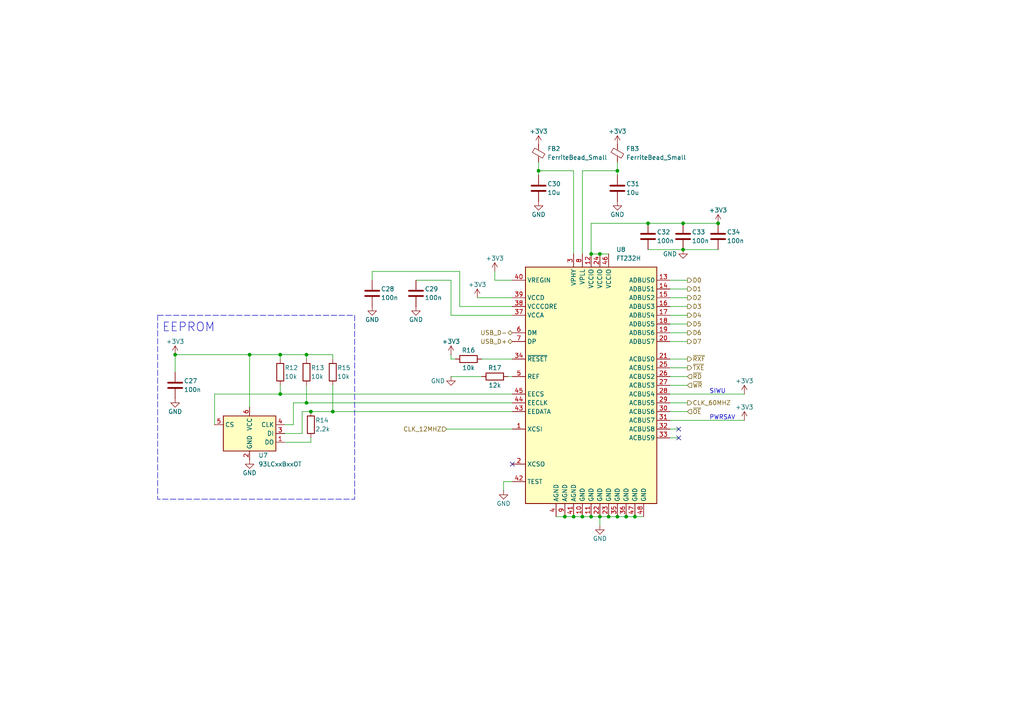
<source format=kicad_sch>
(kicad_sch (version 20231120) (generator "eeschema") (generator_version "8.0")
  (paper "A4")
  (lib_symbols
    (symbol "Device:C" (pin_numbers hide) (pin_names (offset 0.254))
      (property "Reference" "C" (at 0.635 2.54 0))
      (property "Value" "C" (at 0.635 -2.54 0))
      (symbol "C_0_1"
        (polyline (pts (xy -2.032 -0.762) (xy 2.032 -0.762)) (stroke (width 0.508)))
        (polyline (pts (xy -2.032 0.762) (xy 2.032 0.762)) (stroke (width 0.508)))
      )
      (symbol "C_1_1"
        (pin passive line (at 0 3.81 270) (length 2.794) (name "~") (number "1"))
        (pin passive line (at 0 -3.81 90) (length 2.794) (name "~") (number "2"))
      )
    )
    (symbol "Device:FerriteBead_Small" (pin_numbers hide) (pin_names (offset 0))
      (property "Reference" "FB" (at 1.905 1.27 0))
      (property "Value" "FerriteBead_Small" (at 1.905 -1.27 0))
      (symbol "FerriteBead_Small_0_1"
        (polyline (pts (xy 0 -1.27) (xy 0 -0.7874)))
        (polyline (pts (xy 0 0.889) (xy 0 1.2954)))
        (polyline (pts (xy -1.8288 0.2794) (xy -1.1176 1.4986) (xy 1.8288 -0.2032) (xy 1.1176 -1.4224) (xy -1.8288 0.2794)))
      )
      (symbol "FerriteBead_Small_1_1"
        (pin passive line (at 0 2.54 270) (length 1.27) (name "~") (number "1"))
        (pin passive line (at 0 -2.54 90) (length 1.27) (name "~") (number "2"))
      )
    )
    (symbol "Device:R" (pin_numbers hide) (pin_names (offset 0))
      (property "Reference" "R" (at 2.032 0 90))
      (property "Value" "R" (at 0 0 90))
      (symbol "R_0_1"
        (rectangle (start -1.016 -2.54) (end 1.016 2.54) (stroke (width 0.254)))
      )
      (symbol "R_1_1"
        (pin passive line (at 0 3.81 270) (length 1.27) (name "~") (number "1"))
        (pin passive line (at 0 -3.81 90) (length 1.27) (name "~") (number "2"))
      )
    )
    (symbol "Interface_USB:FT232H"
      (property "Reference" "U" (at -19.05 35.56 0))
      (property "Value" "FT232H" (at 12.7 35.56 0))
      (symbol "FT232H_0_1"
        (rectangle (start -19.05 34.29) (end 19.05 -34.29) (stroke (width 0.254)) (fill (type background)))
      )
      (symbol "FT232H_1_1"
        (pin input line (at -22.86 -12.7 0) (length 3.81) (name "XCSI") (number "1"))
        (pin power_in line (at -2.54 -38.1 90) (length 3.81) (name "GND") (number "10"))
        (pin power_in line (at 0 -38.1 90) (length 3.81) (name "GND") (number "11"))
        (pin power_in line (at 0 38.1 270) (length 3.81) (name "VCCIO") (number "12"))
        (pin bidirectional line (at 22.86 30.48 180) (length 3.81) (name "ADBUS0") (number "13"))
        (pin bidirectional line (at 22.86 27.94 180) (length 3.81) (name "ADBUS1") (number "14"))
        (pin bidirectional line (at 22.86 25.4 180) (length 3.81) (name "ADBUS2") (number "15"))
        (pin bidirectional line (at 22.86 22.86 180) (length 3.81) (name "ADBUS3") (number "16"))
        (pin bidirectional line (at 22.86 20.32 180) (length 3.81) (name "ADBUS4") (number "17"))
        (pin bidirectional line (at 22.86 17.78 180) (length 3.81) (name "ADBUS5") (number "18"))
        (pin bidirectional line (at 22.86 15.24 180) (length 3.81) (name "ADBUS6") (number "19"))
        (pin output line (at -22.86 -22.86 0) (length 3.81) (name "XCSO") (number "2"))
        (pin bidirectional line (at 22.86 12.7 180) (length 3.81) (name "ADBUS7") (number "20"))
        (pin bidirectional line (at 22.86 7.62 180) (length 3.81) (name "ACBUS0") (number "21"))
        (pin power_in line (at 2.54 -38.1 90) (length 3.81) (name "GND") (number "22"))
        (pin power_in line (at 5.08 -38.1 90) (length 3.81) (name "GND") (number "23"))
        (pin power_in line (at 2.54 38.1 270) (length 3.81) (name "VCCIO") (number "24"))
        (pin bidirectional line (at 22.86 5.08 180) (length 3.81) (name "ACBUS1") (number "25"))
        (pin bidirectional line (at 22.86 2.54 180) (length 3.81) (name "ACBUS2") (number "26"))
        (pin bidirectional line (at 22.86 0 180) (length 3.81) (name "ACBUS3") (number "27"))
        (pin bidirectional line (at 22.86 -2.54 180) (length 3.81) (name "ACBUS4") (number "28"))
        (pin bidirectional line (at 22.86 -5.08 180) (length 3.81) (name "ACBUS5") (number "29"))
        (pin power_in line (at -5.08 38.1 270) (length 3.81) (name "VPHY") (number "3"))
        (pin bidirectional line (at 22.86 -7.62 180) (length 3.81) (name "ACBUS6") (number "30"))
        (pin bidirectional line (at 22.86 -10.16 180) (length 3.81) (name "ACBUS7") (number "31"))
        (pin bidirectional line (at 22.86 -12.7 180) (length 3.81) (name "ACBUS8") (number "32"))
        (pin bidirectional line (at 22.86 -15.24 180) (length 3.81) (name "ACBUS9") (number "33"))
        (pin input line (at -22.86 7.62 0) (length 3.81) (name "~{RESET}") (number "34"))
        (pin power_in line (at 7.62 -38.1 90) (length 3.81) (name "GND") (number "35"))
        (pin power_in line (at 10.16 -38.1 90) (length 3.81) (name "GND") (number "36"))
        (pin power_out line (at -22.86 20.32 0) (length 3.81) (name "VCCA") (number "37"))
        (pin power_out line (at -22.86 22.86 0) (length 3.81) (name "VCCCORE") (number "38"))
        (pin power_in line (at -22.86 25.4 0) (length 3.81) (name "VCCD") (number "39"))
        (pin power_in line (at -10.16 -38.1 90) (length 3.81) (name "AGND") (number "4"))
        (pin power_in line (at -22.86 30.48 0) (length 3.81) (name "VREGIN") (number "40"))
        (pin power_in line (at -5.08 -38.1 90) (length 3.81) (name "AGND") (number "41"))
        (pin input line (at -22.86 -27.94 0) (length 3.81) (name "TEST") (number "42"))
        (pin bidirectional line (at -22.86 -7.62 0) (length 3.81) (name "EEDATA") (number "43"))
        (pin input line (at -22.86 -5.08 0) (length 3.81) (name "EECLK") (number "44"))
        (pin input line (at -22.86 -2.54 0) (length 3.81) (name "EECS") (number "45"))
        (pin power_in line (at 5.08 38.1 270) (length 3.81) (name "VCCIO") (number "46"))
        (pin power_in line (at 12.7 -38.1 90) (length 3.81) (name "GND") (number "47"))
        (pin power_in line (at 15.24 -38.1 90) (length 3.81) (name "GND") (number "48"))
        (pin input line (at -22.86 2.54 0) (length 3.81) (name "REF") (number "5"))
        (pin bidirectional line (at -22.86 15.24 0) (length 3.81) (name "DM") (number "6"))
        (pin bidirectional line (at -22.86 12.7 0) (length 3.81) (name "DP") (number "7"))
        (pin power_in line (at -2.54 38.1 270) (length 3.81) (name "VPLL") (number "8"))
        (pin power_in line (at -7.62 -38.1 90) (length 3.81) (name "AGND") (number "9"))
      )
    )
    (symbol "Memory_EEPROM:93LCxxBxxOT"
      (property "Reference" "U" (at -6.35 6.35 0))
      (property "Value" "93LCxxBxxOT" (at 7.62 -6.35 0))
      (symbol "93LCxxBxxOT_0_1"
        (rectangle (start -7.62 5.08) (end 7.62 -5.08) (stroke (width 0.254)) (fill (type background)))
      )
      (symbol "93LCxxBxxOT_1_1"
        (pin tri_state line (at 10.16 -2.54 180) (length 2.54) (name "DO") (number "1"))
        (pin power_in line (at 0 -7.62 90) (length 2.54) (name "GND") (number "2"))
        (pin input line (at 10.16 0 180) (length 2.54) (name "DI") (number "3"))
        (pin input line (at 10.16 2.54 180) (length 2.54) (name "CLK") (number "4"))
        (pin input line (at -10.16 2.54 0) (length 2.54) (name "CS") (number "5"))
        (pin power_in line (at 0 7.62 270) (length 2.54) (name "VCC") (number "6"))
      )
    )
    (symbol "power:+3V3" (power) (pin_numbers hide) (pin_names (offset 0) hide)
      (property "Value" "+3V3" (at 0 3.556 0))
      (symbol "+3V3_0_1"
        (polyline (pts (xy -0.762 1.27) (xy 0 2.54)))
        (polyline (pts (xy 0 0) (xy 0 2.54)))
        (polyline (pts (xy 0 2.54) (xy 0.762 1.27)))
      )
      (symbol "+3V3_1_1"
        (pin power_in line (at 0 0 90) (length 0) (name "~") (number "1"))
      )
    )
    (symbol "power:GND" (power) (pin_numbers hide) (pin_names (offset 0) hide)
      (property "Value" "GND" (at 0 -3.81 0))
      (symbol "GND_0_1"
        (polyline (pts (xy 0 0) (xy 0 -1.27) (xy 1.27 -1.27) (xy 0 -2.54) (xy -1.27 -1.27) (xy 0 -1.27)))
      )
      (symbol "GND_1_1"
        (pin power_in line (at 0 0 270) (length 0) (name "~") (number "1"))
      )
    )
  )
  (junction (at 176.53 149.86))
  (junction (at 198.12 72.39))
  (junction (at 156.21 49.53))
  (junction (at 96.52 119.38))
  (junction (at 81.28 102.87))
  (junction (at 184.15 149.86))
  (junction (at 90.17 119.38))
  (junction (at 173.99 149.86))
  (junction (at 81.28 114.3))
  (junction (at 187.96 64.77))
  (junction (at 179.07 149.86))
  (junction (at 181.61 149.86))
  (junction (at 88.9 116.84))
  (junction (at 198.12 64.77))
  (junction (at 166.37 149.86))
  (junction (at 171.45 73.66))
  (junction (at 50.8 102.87))
  (junction (at 163.83 149.86))
  (junction (at 88.9 102.87))
  (junction (at 208.28 64.77))
  (junction (at 168.91 149.86))
  (junction (at 173.99 73.66))
  (junction (at 179.07 49.53))
  (junction (at 72.39 102.87))
  (junction (at 171.45 149.86))
  (no_connect (at 196.85 124.46))
  (no_connect (at 148.59 134.62))
  (no_connect (at 196.85 127))
  (wire (pts (xy 130.81 91.44) (xy 148.59 91.44)))
  (wire (pts (xy 88.9 111.76) (xy 88.9 116.84)))
  (wire (pts (xy 133.35 78.74) (xy 133.35 88.9)))
  (wire (pts (xy 168.91 49.53) (xy 168.91 73.66)))
  (wire (pts (xy 96.52 102.87) (xy 96.52 104.14)))
  (wire (pts (xy 81.28 104.14) (xy 81.28 102.87)))
  (wire (pts (xy 194.31 93.98) (xy 199.39 93.98)))
  (wire (pts (xy 194.31 86.36) (xy 199.39 86.36)))
  (wire (pts (xy 87.63 119.38) (xy 90.17 119.38)))
  (wire (pts (xy 194.31 114.3) (xy 215.9 114.3)))
  (wire (pts (xy 82.55 128.27) (xy 90.17 128.27)))
  (wire (pts (xy 199.39 111.76) (xy 194.31 111.76)))
  (wire (pts (xy 81.28 111.76) (xy 81.28 114.3)))
  (wire (pts (xy 171.45 73.66) (xy 173.99 73.66)))
  (wire (pts (xy 138.43 86.36) (xy 148.59 86.36)))
  (wire (pts (xy 82.55 125.73) (xy 87.63 125.73)))
  (wire (pts (xy 194.31 121.92) (xy 215.9 121.92)))
  (wire (pts (xy 85.09 123.19) (xy 85.09 116.84)))
  (wire (pts (xy 198.12 64.77) (xy 208.28 64.77)))
  (wire (pts (xy 82.55 123.19) (xy 85.09 123.19)))
  (wire (pts (xy 129.54 124.46) (xy 148.59 124.46)))
  (wire (pts (xy 194.31 99.06) (xy 199.39 99.06)))
  (wire (pts (xy 88.9 116.84) (xy 148.59 116.84)))
  (wire (pts (xy 173.99 73.66) (xy 176.53 73.66)))
  (wire (pts (xy 194.31 116.84) (xy 199.39 116.84)))
  (wire (pts (xy 194.31 127) (xy 196.85 127)))
  (wire (pts (xy 179.07 49.53) (xy 179.07 46.99)))
  (wire (pts (xy 187.96 72.39) (xy 198.12 72.39)))
  (wire (pts (xy 62.23 114.3) (xy 81.28 114.3)))
  (wire (pts (xy 85.09 116.84) (xy 88.9 116.84)))
  (wire (pts (xy 88.9 104.14) (xy 88.9 102.87)))
  (wire (pts (xy 148.59 88.9) (xy 133.35 88.9)))
  (wire (pts (xy 147.32 109.22) (xy 148.59 109.22)))
  (wire (pts (xy 88.9 102.87) (xy 96.52 102.87)))
  (wire (pts (xy 72.39 102.87) (xy 72.39 118.11)))
  (wire (pts (xy 173.99 149.86) (xy 176.53 149.86)))
  (wire (pts (xy 184.15 149.86) (xy 186.69 149.86)))
  (wire (pts (xy 156.21 49.53) (xy 156.21 50.8)))
  (wire (pts (xy 194.31 104.14) (xy 199.39 104.14)))
  (wire (pts (xy 130.81 104.14) (xy 132.08 104.14)))
  (wire (pts (xy 199.39 109.22) (xy 194.31 109.22)))
  (wire (pts (xy 96.52 111.76) (xy 96.52 119.38)))
  (wire (pts (xy 81.28 114.3) (xy 148.59 114.3)))
  (wire (pts (xy 133.35 78.74) (xy 107.95 78.74)))
  (wire (pts (xy 130.81 91.44) (xy 130.81 81.28)))
  (wire (pts (xy 198.12 72.39) (xy 208.28 72.39)))
  (wire (pts (xy 90.17 127) (xy 90.17 128.27)))
  (wire (pts (xy 50.8 102.87) (xy 50.8 107.95)))
  (wire (pts (xy 194.31 81.28) (xy 199.39 81.28)))
  (wire (pts (xy 139.7 104.14) (xy 148.59 104.14)))
  (wire (pts (xy 156.21 49.53) (xy 166.37 49.53)))
  (wire (pts (xy 194.31 83.82) (xy 199.39 83.82)))
  (wire (pts (xy 194.31 124.46) (xy 196.85 124.46)))
  (wire (pts (xy 176.53 149.86) (xy 179.07 149.86)))
  (wire (pts (xy 143.51 78.74) (xy 143.51 81.28)))
  (wire (pts (xy 168.91 149.86) (xy 171.45 149.86)))
  (wire (pts (xy 156.21 46.99) (xy 156.21 49.53)))
  (wire (pts (xy 194.31 96.52) (xy 199.39 96.52)))
  (wire (pts (xy 194.31 106.68) (xy 199.39 106.68)))
  (wire (pts (xy 72.39 102.87) (xy 81.28 102.87)))
  (wire (pts (xy 62.23 123.19) (xy 62.23 114.3)))
  (wire (pts (xy 161.29 149.86) (xy 163.83 149.86)))
  (wire (pts (xy 181.61 149.86) (xy 184.15 149.86)))
  (wire (pts (xy 50.8 102.87) (xy 72.39 102.87)))
  (wire (pts (xy 171.45 149.86) (xy 173.99 149.86)))
  (wire (pts (xy 194.31 88.9) (xy 199.39 88.9)))
  (wire (pts (xy 179.07 50.8) (xy 179.07 49.53)))
  (wire (pts (xy 166.37 49.53) (xy 166.37 73.66)))
  (wire (pts (xy 163.83 149.86) (xy 166.37 149.86)))
  (wire (pts (xy 148.59 81.28) (xy 143.51 81.28)))
  (wire (pts (xy 90.17 119.38) (xy 96.52 119.38)))
  (wire (pts (xy 187.96 64.77) (xy 198.12 64.77)))
  (wire (pts (xy 107.95 78.74) (xy 107.95 81.28)))
  (wire (pts (xy 130.81 81.28) (xy 120.65 81.28)))
  (wire (pts (xy 166.37 149.86) (xy 168.91 149.86)))
  (wire (pts (xy 171.45 73.66) (xy 171.45 64.77)))
  (wire (pts (xy 179.07 149.86) (xy 181.61 149.86)))
  (wire (pts (xy 146.05 139.7) (xy 146.05 142.24)))
  (wire (pts (xy 148.59 139.7) (xy 146.05 139.7)))
  (wire (pts (xy 130.81 109.22) (xy 139.7 109.22)))
  (wire (pts (xy 173.99 149.86) (xy 173.99 152.4)))
  (wire (pts (xy 194.31 119.38) (xy 199.39 119.38)))
  (wire (pts (xy 96.52 119.38) (xy 148.59 119.38)))
  (wire (pts (xy 179.07 49.53) (xy 168.91 49.53)))
  (wire (pts (xy 130.81 102.87) (xy 130.81 104.14)))
  (wire (pts (xy 194.31 91.44) (xy 199.39 91.44)))
  (wire (pts (xy 171.45 64.77) (xy 187.96 64.77)))
  (wire (pts (xy 81.28 102.87) (xy 88.9 102.87)))
  (wire (pts (xy 87.63 125.73) (xy 87.63 119.38)))
  (rectangle (start 45.72 91.44) (end 102.87 144.78) (stroke (width 0) (type dash)))
  (text "SIWU" (at 205.74 114.3 0) (effects (font (size 1.27 1.27)) (justify left bottom)))
  (text "EEPROM" (at 46.99 96.52 0) (effects (font (size 2.54 2.54)) (justify left bottom)))
  (text "PWRSAV" (at 205.74 121.92 0) (effects (font (size 1.27 1.27)) (justify left bottom)))
  (hierarchical_label "D7" (shape output) (at 199.39 99.06 0))
  (hierarchical_label "~{OE}" (shape input) (at 199.39 119.38 0))
  (hierarchical_label "D4" (shape output) (at 199.39 91.44 0))
  (hierarchical_label "USB_D+" (shape bidirectional) (at 148.59 99.06 180))
  (hierarchical_label "CLK_12MHZ" (shape input) (at 129.54 124.46 180))
  (hierarchical_label "D0" (shape output) (at 199.39 81.28 0))
  (hierarchical_label "~{RD}" (shape input) (at 199.39 109.22 0))
  (hierarchical_label "D3" (shape output) (at 199.39 88.9 0))
  (hierarchical_label "D6" (shape output) (at 199.39 96.52 0))
  (hierarchical_label "~{TXE}" (shape output) (at 199.39 106.68 0))
  (hierarchical_label "~{RXF}" (shape output) (at 199.39 104.14 0))
  (hierarchical_label "D2" (shape output) (at 199.39 86.36 0))
  (hierarchical_label "USB_D-" (shape bidirectional) (at 148.59 96.52 180))
  (hierarchical_label "D1" (shape output) (at 199.39 83.82 0))
  (hierarchical_label "CLK_60MHZ" (shape output) (at 199.39 116.84 0))
  (hierarchical_label "D5" (shape output) (at 199.39 93.98 0))
  (hierarchical_label "~{WR}" (shape input) (at 199.39 111.76 0))
  (symbol (lib_id "Device:C") (at 208.28 68.58 0) (unit 1)
    (property "Reference" "C34" (at 210.82 67.31 0) (effects (justify left)))
    (property "Value" "100n" (at 210.82 69.85 0) (effects (justify left)))
    (property "Footprint" "Capacitor_SMD:C_0603_1608Metric" (effects (hide yes)))
    (property "Description" "Unpolarized capacitor" (effects (hide yes)))
    (instances (project "HUB75-FPGA-Card" (path "" (reference "C34") (unit 1))) (project "T20_FT232" (path "" (reference "C11") (unit 1))))
  )
  (symbol (lib_id "power:+3V3") (at 130.81 102.87 0) (unit 1)
    (property "Reference" "#PWR060" (effects (hide yes)))
    (property "Value" "+3V3" (at 130.81 99.06 0))
    (property "Description" "Power symbol creates a global label with name \"+3V3\"" (effects (hide yes)))
  )
  (symbol (lib_id "Device:R") (at 135.89 104.14 270) (unit 1)
    (property "Reference" "R16" (at 135.89 101.6 90))
    (property "Value" "10k" (at 135.89 106.68 90))
    (property "Footprint" "Resistor_SMD:R_0603_1608Metric" (effects (hide yes)))
    (property "Description" "Resistor" (effects (hide yes)))
    (instances (project "HUB75-FPGA-Card" (path "" (reference "R16") (unit 1))) (project "T20_FT232" (path "" (reference "R5") (unit 1))))
  )
  (symbol (lib_id "power:+3V3") (at 208.28 64.77 0) (unit 1)
    (property "Reference" "#PWR065" (effects (hide yes)))
    (property "Value" "+3V3" (at 208.28 60.96 0))
    (property "Description" "Power symbol creates a global label with name \"+3V3\"" (effects (hide yes)))
  )
  (symbol (lib_id "Device:R") (at 88.9 107.95 0) (unit 1)
    (property "Reference" "R13" (at 90.17 106.68 0) (effects (justify left)))
    (property "Value" "10k" (at 90.17 109.22 0) (effects (justify left)))
    (property "Footprint" "Resistor_SMD:R_0603_1608Metric" (effects (hide yes)))
    (property "Description" "Resistor" (effects (hide yes)))
    (instances (project "HUB75-FPGA-Card" (path "" (reference "R13") (unit 1))) (project "T20_FT232" (path "" (reference "R2") (unit 1))))
  )
  (symbol (lib_id "Device:FerriteBead_Small") (at 179.07 44.45 0) (unit 1)
    (property "Reference" "FB3" (at 181.61 43.1419 0) (effects (justify left)))
    (property "Value" "FerriteBead_Small" (at 181.61 45.6819 0) (effects (justify left)))
    (property "Footprint" "Resistor_SMD:R_0603_1608Metric" (effects (hide yes)))
    (property "Description" "Ferrite bead, small symbol" (effects (hide yes)))
  )
  (symbol (lib_id "power:+3V3") (at 156.21 41.91 0) (unit 1)
    (property "Reference" "#PWR070" (effects (hide yes)))
    (property "Value" "+3V3" (at 156.21 38.1 0))
    (property "Description" "Power symbol creates a global label with name \"+3V3\"" (effects (hide yes)))
  )
  (symbol (lib_id "Device:C") (at 120.65 85.09 0) (unit 1)
    (property "Reference" "C29" (at 123.19 83.82 0) (effects (justify left)))
    (property "Value" "100n" (at 123.19 86.36 0) (effects (justify left)))
    (property "Footprint" "Capacitor_SMD:C_0603_1608Metric" (effects (hide yes)))
    (property "Description" "Unpolarized capacitor" (effects (hide yes)))
    (instances (project "HUB75-FPGA-Card" (path "" (reference "C29") (unit 1))) (project "T20_FT232" (path "" (reference "C5") (unit 1))))
  )
  (symbol (lib_id "power:+3V3") (at 215.9 114.3 0) (unit 1)
    (property "Reference" "#PWR063" (effects (hide yes)))
    (property "Value" "+3V3" (at 215.9 110.49 0))
    (property "Description" "Power symbol creates a global label with name \"+3V3\"" (effects (hide yes)))
  )
  (symbol (lib_id "power:+3V3") (at 179.07 41.91 0) (unit 1)
    (property "Reference" "#PWR068" (effects (hide yes)))
    (property "Value" "+3V3" (at 179.07 38.1 0))
    (property "Description" "Power symbol creates a global label with name \"+3V3\"" (effects (hide yes)))
  )
  (symbol (lib_id "Device:R") (at 96.52 107.95 0) (unit 1)
    (property "Reference" "R15" (at 97.79 106.68 0) (effects (justify left)))
    (property "Value" "10k" (at 97.79 109.22 0) (effects (justify left)))
    (property "Footprint" "Resistor_SMD:R_0603_1608Metric" (effects (hide yes)))
    (property "Description" "Resistor" (effects (hide yes)))
    (instances (project "HUB75-FPGA-Card" (path "" (reference "R15") (unit 1))) (project "T20_FT232" (path "" (reference "R4") (unit 1))))
  )
  (symbol (lib_id "power:GND") (at 50.8 115.57 0) (unit 1)
    (property "Reference" "#PWR056" (effects (hide yes)))
    (property "Value" "GND" (at 50.8 119.38 0))
    (property "Description" "Power symbol creates a global label with name \"GND\" , ground" (effects (hide yes)))
    (instances (project "HUB75-FPGA-Card" (path "" (reference "#PWR056") (unit 1))) (project "T20_FT232" (path "" (reference "#PWR07") (unit 1))))
  )
  (symbol (lib_id "Device:C") (at 179.07 54.61 0) (unit 1)
    (property "Reference" "C31" (at 181.61 53.34 0) (effects (justify left)))
    (property "Value" "10u" (at 181.61 55.88 0) (effects (justify left)))
    (property "Footprint" "Capacitor_SMD:C_0603_1608Metric" (effects (hide yes)))
    (property "Description" "Unpolarized capacitor" (effects (hide yes)))
    (instances (project "HUB75-FPGA-Card" (path "" (reference "C31") (unit 1))) (project "T20_FT232" (path "" (reference "C8") (unit 1))))
  )
  (symbol (lib_id "power:+3V3") (at 138.43 86.36 0) (unit 1)
    (property "Reference" "#PWR073" (effects (hide yes)))
    (property "Value" "+3V3" (at 138.43 82.55 0))
    (property "Description" "Power symbol creates a global label with name \"+3V3\"" (effects (hide yes)))
  )
  (symbol (lib_id "Memory_EEPROM:93LCxxBxxOT") (at 72.39 125.73 0) (unit 1)
    (property "Reference" "U7" (at 74.93 132.08 0) (effects (justify left)))
    (property "Value" "93LCxxBxxOT" (at 74.93 134.62 0) (effects (justify left)))
    (property "Footprint" "Package_TO_SOT_SMD:SOT-23-6" (effects (hide yes)))
    (property "Datasheet" "http://ww1.microchip.com/downloads/en/DeviceDoc/20001749K.pdf" (effects (hide yes)))
    (property "Description" "Serial EEPROM, 93 Series, 2.5V, SOT-23-6" (effects (hide yes)))
  )
  (symbol (lib_id "Interface_USB:FT232H") (at 171.45 111.76 0) (unit 1)
    (property "Reference" "U8" (at 178.7241 72.39 0) (effects (justify left)))
    (property "Value" "FT232H" (at 178.7241 74.93 0) (effects (justify left)))
    (property "Footprint" "Package_QFP:LQFP-48_7x7mm_P0.5mm" (effects (hide yes)))
    (property "Datasheet" "https://www.ftdichip.com/Support/Documents/DataSheets/ICs/DS_FT232H.pdf" (effects (hide yes)))
    (property "Description" "Hi Speed Single Channel USB UART/FIFO, LQFP/QFN-48" (effects (hide yes)))
    (instances (project "HUB75-FPGA-Card" (path "" (reference "U8") (unit 1))) (project "T20_FT232" (path "" (reference "U2") (unit 1))))
  )
  (symbol (lib_id "Device:C") (at 156.21 54.61 0) (unit 1)
    (property "Reference" "C30" (at 158.75 53.34 0) (effects (justify left)))
    (property "Value" "10u" (at 158.75 55.88 0) (effects (justify left)))
    (property "Footprint" "Capacitor_SMD:C_0603_1608Metric" (effects (hide yes)))
    (property "Description" "Unpolarized capacitor" (effects (hide yes)))
    (instances (project "HUB75-FPGA-Card" (path "" (reference "C30") (unit 1))) (project "T20_FT232" (path "" (reference "C7") (unit 1))))
  )
  (symbol (lib_id "Device:C") (at 50.8 111.76 0) (unit 1)
    (property "Reference" "C27" (at 53.34 110.49 0) (effects (justify left)))
    (property "Value" "100n" (at 53.34 113.03 0) (effects (justify left)))
    (property "Footprint" "Capacitor_SMD:C_0603_1608Metric" (effects (hide yes)))
    (property "Description" "Unpolarized capacitor" (effects (hide yes)))
    (instances (project "HUB75-FPGA-Card" (path "" (reference "C27") (unit 1))) (project "T20_FT232" (path "" (reference "C2") (unit 1))))
  )
  (symbol (lib_id "power:GND") (at 179.07 58.42 0) (unit 1)
    (property "Reference" "#PWR069" (effects (hide yes)))
    (property "Value" "GND" (at 179.07 62.23 0))
    (property "Description" "Power symbol creates a global label with name \"GND\" , ground" (effects (hide yes)))
    (instances (project "HUB75-FPGA-Card" (path "" (reference "#PWR069") (unit 1))) (project "T20_FT232" (path "" (reference "#PWR021") (unit 1))))
  )
  (symbol (lib_id "power:GND") (at 198.12 72.39 0) (unit 1)
    (property "Reference" "#PWR071" (effects (hide yes)))
    (property "Value" "GND" (at 194.31 73.66 0))
    (property "Description" "Power symbol creates a global label with name \"GND\" , ground" (effects (hide yes)))
    (instances (project "HUB75-FPGA-Card" (path "" (reference "#PWR071") (unit 1))) (project "T20_FT232" (path "" (reference "#PWR023") (unit 1))))
  )
  (symbol (lib_id "power:GND") (at 130.81 109.22 0) (unit 1)
    (property "Reference" "#PWR061" (effects (hide yes)))
    (property "Value" "GND" (at 127 110.49 0))
    (property "Description" "Power symbol creates a global label with name \"GND\" , ground" (effects (hide yes)))
    (instances (project "HUB75-FPGA-Card" (path "" (reference "#PWR061") (unit 1))) (project "T20_FT232" (path "" (reference "#PWR013") (unit 1))))
  )
  (symbol (lib_id "power:GND") (at 120.65 88.9 0) (unit 1)
    (property "Reference" "#PWR059" (effects (hide yes)))
    (property "Value" "GND" (at 120.65 92.71 0))
    (property "Description" "Power symbol creates a global label with name \"GND\" , ground" (effects (hide yes)))
    (instances (project "HUB75-FPGA-Card" (path "" (reference "#PWR059") (unit 1))) (project "T20_FT232" (path "" (reference "#PWR010") (unit 1))))
  )
  (symbol (lib_id "Device:R") (at 81.28 107.95 0) (unit 1)
    (property "Reference" "R12" (at 82.55 106.68 0) (effects (justify left)))
    (property "Value" "10k" (at 82.55 109.22 0) (effects (justify left)))
    (property "Footprint" "Resistor_SMD:R_0603_1608Metric" (effects (hide yes)))
    (property "Description" "Resistor" (effects (hide yes)))
    (instances (project "HUB75-FPGA-Card" (path "" (reference "R12") (unit 1))) (project "T20_FT232" (path "" (reference "R1") (unit 1))))
  )
  (symbol (lib_id "power:GND") (at 173.99 152.4 0) (unit 1)
    (property "Reference" "#PWR067" (effects (hide yes)))
    (property "Value" "GND" (at 173.99 156.21 0))
    (property "Description" "Power symbol creates a global label with name \"GND\" , ground" (effects (hide yes)))
    (instances (project "HUB75-FPGA-Card" (path "" (reference "#PWR067") (unit 1))) (project "T20_FT232" (path "" (reference "#PWR019") (unit 1))))
  )
  (symbol (lib_id "Device:R") (at 143.51 109.22 270) (unit 1)
    (property "Reference" "R17" (at 143.51 106.68 90))
    (property "Value" "12k" (at 143.51 111.76 90))
    (property "Footprint" "Resistor_SMD:R_0603_1608Metric" (effects (hide yes)))
    (property "Description" "Resistor" (effects (hide yes)))
    (instances (project "HUB75-FPGA-Card" (path "" (reference "R17") (unit 1))) (project "T20_FT232" (path "" (reference "R6") (unit 1))))
  )
  (symbol (lib_id "power:+3V3") (at 143.51 78.74 0) (unit 1)
    (property "Reference" "#PWR072" (effects (hide yes)))
    (property "Value" "+3V3" (at 143.51 74.93 0))
    (property "Description" "Power symbol creates a global label with name \"+3V3\"" (effects (hide yes)))
  )
  (symbol (lib_id "Device:C") (at 198.12 68.58 0) (unit 1)
    (property "Reference" "C33" (at 200.66 67.31 0) (effects (justify left)))
    (property "Value" "100n" (at 200.66 69.85 0) (effects (justify left)))
    (property "Footprint" "Capacitor_SMD:C_0603_1608Metric" (effects (hide yes)))
    (property "Description" "Unpolarized capacitor" (effects (hide yes)))
    (instances (project "HUB75-FPGA-Card" (path "" (reference "C33") (unit 1))) (project "T20_FT232" (path "" (reference "C10") (unit 1))))
  )
  (symbol (lib_id "Device:C") (at 107.95 85.09 0) (unit 1)
    (property "Reference" "C28" (at 110.49 83.82 0) (effects (justify left)))
    (property "Value" "100n" (at 110.49 86.36 0) (effects (justify left)))
    (property "Footprint" "Capacitor_SMD:C_0603_1608Metric" (effects (hide yes)))
    (property "Description" "Unpolarized capacitor" (effects (hide yes)))
    (instances (project "HUB75-FPGA-Card" (path "" (reference "C28") (unit 1))) (project "T20_FT232" (path "" (reference "C3") (unit 1))))
  )
  (symbol (lib_id "power:GND") (at 72.39 133.35 0) (unit 1)
    (property "Reference" "#PWR057" (effects (hide yes)))
    (property "Value" "GND" (at 72.39 137.16 0))
    (property "Description" "Power symbol creates a global label with name \"GND\" , ground" (effects (hide yes)))
    (instances (project "HUB75-FPGA-Card" (path "" (reference "#PWR057") (unit 1))) (project "T20_FT232" (path "" (reference "#PWR08") (unit 1))))
  )
  (symbol (lib_id "power:GND") (at 156.21 58.42 0) (unit 1)
    (property "Reference" "#PWR066" (effects (hide yes)))
    (property "Value" "GND" (at 156.21 62.23 0))
    (property "Description" "Power symbol creates a global label with name \"GND\" , ground" (effects (hide yes)))
    (instances (project "HUB75-FPGA-Card" (path "" (reference "#PWR066") (unit 1))) (project "T20_FT232" (path "" (reference "#PWR018") (unit 1))))
  )
  (symbol (lib_id "Device:FerriteBead_Small") (at 156.21 44.45 0) (unit 1)
    (property "Reference" "FB2" (at 158.75 43.1419 0) (effects (justify left)))
    (property "Value" "FerriteBead_Small" (at 158.75 45.6819 0) (effects (justify left)))
    (property "Footprint" "Resistor_SMD:R_0603_1608Metric" (effects (hide yes)))
    (property "Description" "Ferrite bead, small symbol" (effects (hide yes)))
  )
  (symbol (lib_id "Device:R") (at 90.17 123.19 0) (unit 1)
    (property "Reference" "R14" (at 91.44 121.92 0) (effects (justify left)))
    (property "Value" "2.2k" (at 91.44 124.46 0) (effects (justify left)))
    (property "Footprint" "Resistor_SMD:R_0603_1608Metric" (effects (hide yes)))
    (property "Description" "Resistor" (effects (hide yes)))
    (instances (project "HUB75-FPGA-Card" (path "" (reference "R14") (unit 1))) (project "T20_FT232" (path "" (reference "R3") (unit 1))))
  )
  (symbol (lib_id "power:+3V3") (at 50.8 102.87 0) (unit 1)
    (property "Reference" "#PWR055" (effects (hide yes)))
    (property "Value" "+3V3" (at 50.8 99.06 0))
    (property "Description" "Power symbol creates a global label with name \"+3V3\"" (effects (hide yes)))
  )
  (symbol (lib_id "power:GND") (at 146.05 142.24 0) (unit 1)
    (property "Reference" "#PWR064" (effects (hide yes)))
    (property "Value" "GND" (at 146.05 146.05 0))
    (property "Description" "Power symbol creates a global label with name \"GND\" , ground" (effects (hide yes)))
    (instances (project "HUB75-FPGA-Card" (path "" (reference "#PWR064") (unit 1))) (project "T20_FT232" (path "" (reference "#PWR016") (unit 1))))
  )
  (symbol (lib_id "power:GND") (at 107.95 88.9 0) (unit 1)
    (property "Reference" "#PWR058" (effects (hide yes)))
    (property "Value" "GND" (at 107.95 92.71 0))
    (property "Description" "Power symbol creates a global label with name \"GND\" , ground" (effects (hide yes)))
    (instances (project "HUB75-FPGA-Card" (path "" (reference "#PWR058") (unit 1))) (project "T20_FT232" (path "" (reference "#PWR09") (unit 1))))
  )
  (symbol (lib_id "power:+3V3") (at 215.9 121.92 0) (unit 1)
    (property "Reference" "#PWR062" (effects (hide yes)))
    (property "Value" "+3V3" (at 215.9 118.11 0))
    (property "Description" "Power symbol creates a global label with name \"+3V3\"" (effects (hide yes)))
  )
  (symbol (lib_id "Device:C") (at 187.96 68.58 0) (unit 1)
    (property "Reference" "C32" (at 190.5 67.31 0) (effects (justify left)))
    (property "Value" "100n" (at 190.5 69.85 0) (effects (justify left)))
    (property "Footprint" "Capacitor_SMD:C_0603_1608Metric" (effects (hide yes)))
    (property "Description" "Unpolarized capacitor" (effects (hide yes)))
    (instances (project "HUB75-FPGA-Card" (path "" (reference "C32") (unit 1))) (project "T20_FT232" (path "" (reference "C9") (unit 1))))
  )
)
</source>
